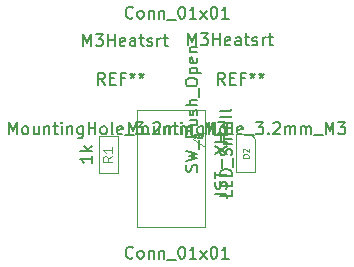
<source format=gbr>
%TF.GenerationSoftware,KiCad,Pcbnew,(5.1.7)-1*%
%TF.CreationDate,2020-11-24T17:10:03-06:00*%
%TF.ProjectId,025mag-PROBE-BOARD_REV2,3032356d-6167-42d5-9052-4f42452d424f,rev?*%
%TF.SameCoordinates,Original*%
%TF.FileFunction,Other,Fab,Top*%
%FSLAX46Y46*%
G04 Gerber Fmt 4.6, Leading zero omitted, Abs format (unit mm)*
G04 Created by KiCad (PCBNEW (5.1.7)-1) date 2020-11-24 17:10:03*
%MOMM*%
%LPD*%
G01*
G04 APERTURE LIST*
%ADD10C,0.100000*%
%ADD11C,0.150000*%
%ADD12C,0.080000*%
%ADD13C,0.120000*%
G04 APERTURE END LIST*
D10*
%TO.C,REF\u002A\u002A*%
X1350000Y0D02*
X2350000Y-625000D01*
X2350000Y2450000D02*
X-3400000Y2450000D01*
X2350000Y625000D02*
X1350000Y0D01*
X-3400000Y-7450000D02*
X2350000Y-7450000D01*
X-3400000Y2450000D02*
X-3400000Y-7450000D01*
X2350000Y-7450000D02*
X2350000Y2450000D01*
%TO.C,D2*%
X6634000Y-2787500D02*
X6634000Y12500D01*
X6634000Y12500D02*
X6234000Y412500D01*
X6234000Y412500D02*
X5034000Y412500D01*
X5034000Y412500D02*
X5034000Y-2787500D01*
X5034000Y-2787500D02*
X6634000Y-2787500D01*
%TO.C,R1*%
X-6634000Y300000D02*
X-5034000Y300000D01*
X-5034000Y300000D02*
X-5034000Y-2900000D01*
X-5034000Y-2900000D02*
X-6634000Y-2900000D01*
X-6634000Y-2900000D02*
X-6634000Y300000D01*
%TD*%
%TO.C,REF\u002A\u002A*%
D11*
X-14199047Y427619D02*
X-14199047Y1427619D01*
X-13865714Y713333D01*
X-13532380Y1427619D01*
X-13532380Y427619D01*
X-12913333Y427619D02*
X-13008571Y475238D01*
X-13056190Y522857D01*
X-13103809Y618095D01*
X-13103809Y903809D01*
X-13056190Y999047D01*
X-13008571Y1046666D01*
X-12913333Y1094285D01*
X-12770476Y1094285D01*
X-12675238Y1046666D01*
X-12627619Y999047D01*
X-12580000Y903809D01*
X-12580000Y618095D01*
X-12627619Y522857D01*
X-12675238Y475238D01*
X-12770476Y427619D01*
X-12913333Y427619D01*
X-11722857Y1094285D02*
X-11722857Y427619D01*
X-12151428Y1094285D02*
X-12151428Y570476D01*
X-12103809Y475238D01*
X-12008571Y427619D01*
X-11865714Y427619D01*
X-11770476Y475238D01*
X-11722857Y522857D01*
X-11246666Y1094285D02*
X-11246666Y427619D01*
X-11246666Y999047D02*
X-11199047Y1046666D01*
X-11103809Y1094285D01*
X-10960952Y1094285D01*
X-10865714Y1046666D01*
X-10818095Y951428D01*
X-10818095Y427619D01*
X-10484761Y1094285D02*
X-10103809Y1094285D01*
X-10341904Y1427619D02*
X-10341904Y570476D01*
X-10294285Y475238D01*
X-10199047Y427619D01*
X-10103809Y427619D01*
X-9770476Y427619D02*
X-9770476Y1094285D01*
X-9770476Y1427619D02*
X-9818095Y1380000D01*
X-9770476Y1332380D01*
X-9722857Y1380000D01*
X-9770476Y1427619D01*
X-9770476Y1332380D01*
X-9294285Y1094285D02*
X-9294285Y427619D01*
X-9294285Y999047D02*
X-9246666Y1046666D01*
X-9151428Y1094285D01*
X-9008571Y1094285D01*
X-8913333Y1046666D01*
X-8865714Y951428D01*
X-8865714Y427619D01*
X-7960952Y1094285D02*
X-7960952Y284761D01*
X-8008571Y189523D01*
X-8056190Y141904D01*
X-8151428Y94285D01*
X-8294285Y94285D01*
X-8389523Y141904D01*
X-7960952Y475238D02*
X-8056190Y427619D01*
X-8246666Y427619D01*
X-8341904Y475238D01*
X-8389523Y522857D01*
X-8437142Y618095D01*
X-8437142Y903809D01*
X-8389523Y999047D01*
X-8341904Y1046666D01*
X-8246666Y1094285D01*
X-8056190Y1094285D01*
X-7960952Y1046666D01*
X-7484761Y427619D02*
X-7484761Y1427619D01*
X-7484761Y951428D02*
X-6913333Y951428D01*
X-6913333Y427619D02*
X-6913333Y1427619D01*
X-6294285Y427619D02*
X-6389523Y475238D01*
X-6437142Y522857D01*
X-6484761Y618095D01*
X-6484761Y903809D01*
X-6437142Y999047D01*
X-6389523Y1046666D01*
X-6294285Y1094285D01*
X-6151428Y1094285D01*
X-6056190Y1046666D01*
X-6008571Y999047D01*
X-5960952Y903809D01*
X-5960952Y618095D01*
X-6008571Y522857D01*
X-6056190Y475238D01*
X-6151428Y427619D01*
X-6294285Y427619D01*
X-5389523Y427619D02*
X-5484761Y475238D01*
X-5532380Y570476D01*
X-5532380Y1427619D01*
X-4627619Y475238D02*
X-4722857Y427619D01*
X-4913333Y427619D01*
X-5008571Y475238D01*
X-5056190Y570476D01*
X-5056190Y951428D01*
X-5008571Y1046666D01*
X-4913333Y1094285D01*
X-4722857Y1094285D01*
X-4627619Y1046666D01*
X-4580000Y951428D01*
X-4580000Y856190D01*
X-5056190Y760952D01*
X-4389523Y332380D02*
X-3627619Y332380D01*
X-3484761Y1427619D02*
X-2865714Y1427619D01*
X-3199047Y1046666D01*
X-3056190Y1046666D01*
X-2960952Y999047D01*
X-2913333Y951428D01*
X-2865714Y856190D01*
X-2865714Y618095D01*
X-2913333Y522857D01*
X-2960952Y475238D01*
X-3056190Y427619D01*
X-3341904Y427619D01*
X-3437142Y475238D01*
X-3484761Y522857D01*
X-2437142Y522857D02*
X-2389523Y475238D01*
X-2437142Y427619D01*
X-2484761Y475238D01*
X-2437142Y522857D01*
X-2437142Y427619D01*
X-2008571Y1332380D02*
X-1960952Y1380000D01*
X-1865714Y1427619D01*
X-1627619Y1427619D01*
X-1532380Y1380000D01*
X-1484761Y1332380D01*
X-1437142Y1237142D01*
X-1437142Y1141904D01*
X-1484761Y999047D01*
X-2056190Y427619D01*
X-1437142Y427619D01*
X-1008571Y427619D02*
X-1008571Y1094285D01*
X-1008571Y999047D02*
X-960952Y1046666D01*
X-865714Y1094285D01*
X-722857Y1094285D01*
X-627619Y1046666D01*
X-580000Y951428D01*
X-580000Y427619D01*
X-580000Y951428D02*
X-532380Y1046666D01*
X-437142Y1094285D01*
X-294285Y1094285D01*
X-199047Y1046666D01*
X-151428Y951428D01*
X-151428Y427619D01*
X324761Y427619D02*
X324761Y1094285D01*
X324761Y999047D02*
X372380Y1046666D01*
X467619Y1094285D01*
X610476Y1094285D01*
X705714Y1046666D01*
X753333Y951428D01*
X753333Y427619D01*
X753333Y951428D02*
X800952Y1046666D01*
X896190Y1094285D01*
X1039047Y1094285D01*
X1134285Y1046666D01*
X1181904Y951428D01*
X1181904Y427619D01*
X1419999Y332380D02*
X2181904Y332380D01*
X2419999Y427619D02*
X2419999Y1427619D01*
X2753333Y713333D01*
X3086666Y1427619D01*
X3086666Y427619D01*
X3467619Y1427619D02*
X4086666Y1427619D01*
X3753333Y1046666D01*
X3896190Y1046666D01*
X3991428Y999047D01*
X4039047Y951428D01*
X4086666Y856190D01*
X4086666Y618095D01*
X4039047Y522857D01*
X3991428Y475238D01*
X3896190Y427619D01*
X3610476Y427619D01*
X3515238Y475238D01*
X3467619Y522857D01*
X-6113333Y4627619D02*
X-6446666Y5103809D01*
X-6684761Y4627619D02*
X-6684761Y5627619D01*
X-6303809Y5627619D01*
X-6208571Y5580000D01*
X-6160952Y5532380D01*
X-6113333Y5437142D01*
X-6113333Y5294285D01*
X-6160952Y5199047D01*
X-6208571Y5151428D01*
X-6303809Y5103809D01*
X-6684761Y5103809D01*
X-5684761Y5151428D02*
X-5351428Y5151428D01*
X-5208571Y4627619D02*
X-5684761Y4627619D01*
X-5684761Y5627619D01*
X-5208571Y5627619D01*
X-4446666Y5151428D02*
X-4780000Y5151428D01*
X-4780000Y4627619D02*
X-4780000Y5627619D01*
X-4303809Y5627619D01*
X-3780000Y5627619D02*
X-3780000Y5389523D01*
X-4018095Y5484761D02*
X-3780000Y5389523D01*
X-3541904Y5484761D01*
X-3922857Y5199047D02*
X-3780000Y5389523D01*
X-3637142Y5199047D01*
X-3018095Y5627619D02*
X-3018095Y5389523D01*
X-3256190Y5484761D02*
X-3018095Y5389523D01*
X-2780000Y5484761D01*
X-3160952Y5199047D02*
X-3018095Y5389523D01*
X-2875238Y5199047D01*
%TO.C,SW1*%
X1674761Y-2745714D02*
X1722380Y-2602857D01*
X1722380Y-2364761D01*
X1674761Y-2269523D01*
X1627142Y-2221904D01*
X1531904Y-2174285D01*
X1436666Y-2174285D01*
X1341428Y-2221904D01*
X1293809Y-2269523D01*
X1246190Y-2364761D01*
X1198571Y-2555238D01*
X1150952Y-2650476D01*
X1103333Y-2698095D01*
X1008095Y-2745714D01*
X912857Y-2745714D01*
X817619Y-2698095D01*
X769999Y-2650476D01*
X722380Y-2555238D01*
X722380Y-2317142D01*
X769999Y-2174285D01*
X722380Y-1840952D02*
X1722380Y-1602857D01*
X1008095Y-1412380D01*
X1722380Y-1221904D01*
X722380Y-983809D01*
X1817619Y-840952D02*
X1817619Y-79047D01*
X1722380Y159047D02*
X722380Y159047D01*
X722380Y539999D01*
X769999Y635238D01*
X817619Y682857D01*
X912857Y730476D01*
X1055714Y730476D01*
X1150952Y682857D01*
X1198571Y635238D01*
X1246190Y539999D01*
X1246190Y159047D01*
X1055714Y1587619D02*
X1722380Y1587619D01*
X1055714Y1159047D02*
X1579523Y1159047D01*
X1674761Y1206666D01*
X1722380Y1301904D01*
X1722380Y1444761D01*
X1674761Y1540000D01*
X1627142Y1587619D01*
X1674761Y2016190D02*
X1722380Y2111428D01*
X1722380Y2301904D01*
X1674761Y2397142D01*
X1579523Y2444761D01*
X1531904Y2444761D01*
X1436666Y2397142D01*
X1389047Y2301904D01*
X1389047Y2159047D01*
X1341428Y2063809D01*
X1246190Y2016190D01*
X1198571Y2016190D01*
X1103333Y2063809D01*
X1055714Y2159047D01*
X1055714Y2301904D01*
X1103333Y2397142D01*
X1722380Y2873333D02*
X722380Y2873333D01*
X1722380Y3301904D02*
X1198571Y3301904D01*
X1103333Y3254285D01*
X1055714Y3159047D01*
X1055714Y3016190D01*
X1103333Y2920952D01*
X1150952Y2873333D01*
X1817619Y3540000D02*
X1817619Y4301904D01*
X722380Y4730476D02*
X722380Y4920952D01*
X770000Y5016190D01*
X865238Y5111428D01*
X1055714Y5159047D01*
X1389047Y5159047D01*
X1579523Y5111428D01*
X1674761Y5016190D01*
X1722380Y4920952D01*
X1722380Y4730476D01*
X1674761Y4635238D01*
X1579523Y4540000D01*
X1389047Y4492380D01*
X1055714Y4492380D01*
X865238Y4540000D01*
X770000Y4635238D01*
X722380Y4730476D01*
X1055714Y5587619D02*
X2055714Y5587619D01*
X1103333Y5587619D02*
X1055714Y5682857D01*
X1055714Y5873333D01*
X1103333Y5968571D01*
X1150952Y6016190D01*
X1246190Y6063809D01*
X1531904Y6063809D01*
X1627142Y6016190D01*
X1674761Y5968571D01*
X1722380Y5873333D01*
X1722380Y5682857D01*
X1674761Y5587619D01*
X1674761Y6873333D02*
X1722380Y6778095D01*
X1722380Y6587619D01*
X1674761Y6492380D01*
X1579523Y6444761D01*
X1198571Y6444761D01*
X1103333Y6492380D01*
X1055714Y6587619D01*
X1055714Y6778095D01*
X1103333Y6873333D01*
X1198571Y6920952D01*
X1293809Y6920952D01*
X1389047Y6444761D01*
X1055714Y7349523D02*
X1722380Y7349523D01*
X1150952Y7349523D02*
X1103333Y7397142D01*
X1055714Y7492380D01*
X1055714Y7635238D01*
X1103333Y7730476D01*
X1198571Y7778095D01*
X1722380Y7778095D01*
%TO.C,REF\u002A\u002A*%
X3227380Y-4608333D02*
X3941666Y-4608333D01*
X4084523Y-4655952D01*
X4179761Y-4751190D01*
X4227380Y-4894047D01*
X4227380Y-4989285D01*
X4179761Y-4179761D02*
X4227380Y-4036904D01*
X4227380Y-3798809D01*
X4179761Y-3703571D01*
X4132142Y-3655952D01*
X4036904Y-3608333D01*
X3941666Y-3608333D01*
X3846428Y-3655952D01*
X3798809Y-3703571D01*
X3751190Y-3798809D01*
X3703571Y-3989285D01*
X3655952Y-4084523D01*
X3608333Y-4132142D01*
X3513095Y-4179761D01*
X3417857Y-4179761D01*
X3322619Y-4132142D01*
X3275000Y-4084523D01*
X3227380Y-3989285D01*
X3227380Y-3751190D01*
X3275000Y-3608333D01*
X3227380Y-3322619D02*
X3227380Y-2751190D01*
X4227380Y-3036904D02*
X3227380Y-3036904D01*
X3846428Y-2417857D02*
X3846428Y-1655952D01*
X3227380Y-1275000D02*
X4227380Y-608333D01*
X3227380Y-608333D02*
X4227380Y-1275000D01*
X4227380Y-227380D02*
X3227380Y-227380D01*
X3703571Y-227380D02*
X3703571Y344047D01*
X4227380Y344047D02*
X3227380Y344047D01*
%TO.C,D2*%
X4636380Y-4330357D02*
X4636380Y-4806547D01*
X3636380Y-4806547D01*
X4112571Y-3997023D02*
X4112571Y-3663690D01*
X4636380Y-3520833D02*
X4636380Y-3997023D01*
X3636380Y-3997023D01*
X3636380Y-3520833D01*
X4636380Y-3092261D02*
X3636380Y-3092261D01*
X3636380Y-2854166D01*
X3684000Y-2711309D01*
X3779238Y-2616071D01*
X3874476Y-2568452D01*
X4064952Y-2520833D01*
X4207809Y-2520833D01*
X4398285Y-2568452D01*
X4493523Y-2616071D01*
X4588761Y-2711309D01*
X4636380Y-2854166D01*
X4636380Y-3092261D01*
X4731619Y-2330357D02*
X4731619Y-1568452D01*
X4588761Y-1377976D02*
X4636380Y-1235119D01*
X4636380Y-997023D01*
X4588761Y-901785D01*
X4541142Y-854166D01*
X4445904Y-806547D01*
X4350666Y-806547D01*
X4255428Y-854166D01*
X4207809Y-901785D01*
X4160190Y-997023D01*
X4112571Y-1187500D01*
X4064952Y-1282738D01*
X4017333Y-1330357D01*
X3922095Y-1377976D01*
X3826857Y-1377976D01*
X3731619Y-1330357D01*
X3684000Y-1282738D01*
X3636380Y-1187500D01*
X3636380Y-949404D01*
X3684000Y-806547D01*
X4636380Y-377976D02*
X3969714Y-377976D01*
X4064952Y-377976D02*
X4017333Y-330357D01*
X3969714Y-235119D01*
X3969714Y-92261D01*
X4017333Y2976D01*
X4112571Y50595D01*
X4636380Y50595D01*
X4112571Y50595D02*
X4017333Y98214D01*
X3969714Y193452D01*
X3969714Y336309D01*
X4017333Y431547D01*
X4112571Y479166D01*
X4636380Y479166D01*
X4636380Y1383928D02*
X4112571Y1383928D01*
X4017333Y1336309D01*
X3969714Y1241071D01*
X3969714Y1050595D01*
X4017333Y955357D01*
X4588761Y1383928D02*
X4636380Y1288690D01*
X4636380Y1050595D01*
X4588761Y955357D01*
X4493523Y907738D01*
X4398285Y907738D01*
X4303047Y955357D01*
X4255428Y1050595D01*
X4255428Y1288690D01*
X4207809Y1383928D01*
X4636380Y2002976D02*
X4588761Y1907738D01*
X4493523Y1860119D01*
X3636380Y1860119D01*
X4636380Y2526785D02*
X4588761Y2431547D01*
X4493523Y2383928D01*
X3636380Y2383928D01*
D12*
X6060190Y-1556547D02*
X5560190Y-1556547D01*
X5560190Y-1437500D01*
X5584000Y-1366071D01*
X5631619Y-1318452D01*
X5679238Y-1294642D01*
X5774476Y-1270833D01*
X5845904Y-1270833D01*
X5941142Y-1294642D01*
X5988761Y-1318452D01*
X6036380Y-1366071D01*
X6060190Y-1437500D01*
X6060190Y-1556547D01*
X5607809Y-1080357D02*
X5584000Y-1056547D01*
X5560190Y-1008928D01*
X5560190Y-889880D01*
X5584000Y-842261D01*
X5607809Y-818452D01*
X5655428Y-794642D01*
X5703047Y-794642D01*
X5774476Y-818452D01*
X6060190Y-1104166D01*
X6060190Y-794642D01*
%TO.C,REF\u002A\u002A*%
D11*
X-7949999Y7897619D02*
X-7949999Y8897619D01*
X-7616666Y8183333D01*
X-7283333Y8897619D01*
X-7283333Y7897619D01*
X-6902380Y8897619D02*
X-6283333Y8897619D01*
X-6616666Y8516666D01*
X-6473809Y8516666D01*
X-6378571Y8469047D01*
X-6330952Y8421428D01*
X-6283333Y8326190D01*
X-6283333Y8088095D01*
X-6330952Y7992857D01*
X-6378571Y7945238D01*
X-6473809Y7897619D01*
X-6759523Y7897619D01*
X-6854761Y7945238D01*
X-6902380Y7992857D01*
X-5854761Y7897619D02*
X-5854761Y8897619D01*
X-5854761Y8421428D02*
X-5283333Y8421428D01*
X-5283333Y7897619D02*
X-5283333Y8897619D01*
X-4426190Y7945238D02*
X-4521428Y7897619D01*
X-4711904Y7897619D01*
X-4807142Y7945238D01*
X-4854761Y8040476D01*
X-4854761Y8421428D01*
X-4807142Y8516666D01*
X-4711904Y8564285D01*
X-4521428Y8564285D01*
X-4426190Y8516666D01*
X-4378571Y8421428D01*
X-4378571Y8326190D01*
X-4854761Y8230952D01*
X-3521428Y7897619D02*
X-3521428Y8421428D01*
X-3569047Y8516666D01*
X-3664285Y8564285D01*
X-3854761Y8564285D01*
X-3949999Y8516666D01*
X-3521428Y7945238D02*
X-3616666Y7897619D01*
X-3854761Y7897619D01*
X-3949999Y7945238D01*
X-3997619Y8040476D01*
X-3997619Y8135714D01*
X-3949999Y8230952D01*
X-3854761Y8278571D01*
X-3616666Y8278571D01*
X-3521428Y8326190D01*
X-3188095Y8564285D02*
X-2807142Y8564285D01*
X-3045238Y8897619D02*
X-3045238Y8040476D01*
X-2997619Y7945238D01*
X-2902380Y7897619D01*
X-2807142Y7897619D01*
X-2521428Y7945238D02*
X-2426190Y7897619D01*
X-2235714Y7897619D01*
X-2140476Y7945238D01*
X-2092857Y8040476D01*
X-2092857Y8088095D01*
X-2140476Y8183333D01*
X-2235714Y8230952D01*
X-2378571Y8230952D01*
X-2473809Y8278571D01*
X-2521428Y8373809D01*
X-2521428Y8421428D01*
X-2473809Y8516666D01*
X-2378571Y8564285D01*
X-2235714Y8564285D01*
X-2140476Y8516666D01*
X-1664285Y7897619D02*
X-1664285Y8564285D01*
X-1664285Y8373809D02*
X-1616666Y8469047D01*
X-1569047Y8516666D01*
X-1473809Y8564285D01*
X-1378571Y8564285D01*
X-1188095Y8564285D02*
X-807142Y8564285D01*
X-1045238Y8897619D02*
X-1045238Y8040476D01*
X-997619Y7945238D01*
X-902380Y7897619D01*
X-807142Y7897619D01*
X950000Y7947619D02*
X950000Y8947619D01*
X1283333Y8233333D01*
X1616666Y8947619D01*
X1616666Y7947619D01*
X1997619Y8947619D02*
X2616666Y8947619D01*
X2283333Y8566666D01*
X2426190Y8566666D01*
X2521428Y8519047D01*
X2569047Y8471428D01*
X2616666Y8376190D01*
X2616666Y8138095D01*
X2569047Y8042857D01*
X2521428Y7995238D01*
X2426190Y7947619D01*
X2140476Y7947619D01*
X2045238Y7995238D01*
X1997619Y8042857D01*
X3045238Y7947619D02*
X3045238Y8947619D01*
X3045238Y8471428D02*
X3616666Y8471428D01*
X3616666Y7947619D02*
X3616666Y8947619D01*
X4473809Y7995238D02*
X4378571Y7947619D01*
X4188095Y7947619D01*
X4092857Y7995238D01*
X4045238Y8090476D01*
X4045238Y8471428D01*
X4092857Y8566666D01*
X4188095Y8614285D01*
X4378571Y8614285D01*
X4473809Y8566666D01*
X4521428Y8471428D01*
X4521428Y8376190D01*
X4045238Y8280952D01*
X5378571Y7947619D02*
X5378571Y8471428D01*
X5330952Y8566666D01*
X5235714Y8614285D01*
X5045238Y8614285D01*
X4950000Y8566666D01*
X5378571Y7995238D02*
X5283333Y7947619D01*
X5045238Y7947619D01*
X4950000Y7995238D01*
X4902380Y8090476D01*
X4902380Y8185714D01*
X4950000Y8280952D01*
X5045238Y8328571D01*
X5283333Y8328571D01*
X5378571Y8376190D01*
X5711904Y8614285D02*
X6092857Y8614285D01*
X5854761Y8947619D02*
X5854761Y8090476D01*
X5902380Y7995238D01*
X5997619Y7947619D01*
X6092857Y7947619D01*
X6378571Y7995238D02*
X6473809Y7947619D01*
X6664285Y7947619D01*
X6759523Y7995238D01*
X6807142Y8090476D01*
X6807142Y8138095D01*
X6759523Y8233333D01*
X6664285Y8280952D01*
X6521428Y8280952D01*
X6426190Y8328571D01*
X6378571Y8423809D01*
X6378571Y8471428D01*
X6426190Y8566666D01*
X6521428Y8614285D01*
X6664285Y8614285D01*
X6759523Y8566666D01*
X7235714Y7947619D02*
X7235714Y8614285D01*
X7235714Y8423809D02*
X7283333Y8519047D01*
X7330952Y8566666D01*
X7426190Y8614285D01*
X7521428Y8614285D01*
X7711904Y8614285D02*
X8092857Y8614285D01*
X7854761Y8947619D02*
X7854761Y8090476D01*
X7902380Y7995238D01*
X7997619Y7947619D01*
X8092857Y7947619D01*
%TO.C,R1*%
X-7201619Y-1419047D02*
X-7201619Y-1990476D01*
X-7201619Y-1704761D02*
X-8201619Y-1704761D01*
X-8058761Y-1800000D01*
X-7963523Y-1895238D01*
X-7915904Y-1990476D01*
X-7201619Y-990476D02*
X-8201619Y-990476D01*
X-7582571Y-895238D02*
X-7201619Y-609523D01*
X-7868285Y-609523D02*
X-7487333Y-990476D01*
D13*
X-5472095Y-1433333D02*
X-5853047Y-1700000D01*
X-5472095Y-1890476D02*
X-6272095Y-1890476D01*
X-6272095Y-1585714D01*
X-6234000Y-1509523D01*
X-6195904Y-1471428D01*
X-6119714Y-1433333D01*
X-6005428Y-1433333D01*
X-5929238Y-1471428D01*
X-5891142Y-1509523D01*
X-5853047Y-1585714D01*
X-5853047Y-1890476D01*
X-5472095Y-671428D02*
X-5472095Y-1128571D01*
X-5472095Y-900000D02*
X-6272095Y-900000D01*
X-6157809Y-976190D01*
X-6081619Y-1052380D01*
X-6043523Y-1128571D01*
%TO.C,REF\u002A\u002A*%
D11*
X-4039047Y427619D02*
X-4039047Y1427619D01*
X-3705714Y713333D01*
X-3372380Y1427619D01*
X-3372380Y427619D01*
X-2753333Y427619D02*
X-2848571Y475238D01*
X-2896190Y522857D01*
X-2943809Y618095D01*
X-2943809Y903809D01*
X-2896190Y999047D01*
X-2848571Y1046666D01*
X-2753333Y1094285D01*
X-2610476Y1094285D01*
X-2515238Y1046666D01*
X-2467619Y999047D01*
X-2420000Y903809D01*
X-2420000Y618095D01*
X-2467619Y522857D01*
X-2515238Y475238D01*
X-2610476Y427619D01*
X-2753333Y427619D01*
X-1562857Y1094285D02*
X-1562857Y427619D01*
X-1991428Y1094285D02*
X-1991428Y570476D01*
X-1943809Y475238D01*
X-1848571Y427619D01*
X-1705714Y427619D01*
X-1610476Y475238D01*
X-1562857Y522857D01*
X-1086666Y1094285D02*
X-1086666Y427619D01*
X-1086666Y999047D02*
X-1039047Y1046666D01*
X-943809Y1094285D01*
X-800952Y1094285D01*
X-705714Y1046666D01*
X-658095Y951428D01*
X-658095Y427619D01*
X-324761Y1094285D02*
X56190Y1094285D01*
X-181904Y1427619D02*
X-181904Y570476D01*
X-134285Y475238D01*
X-39047Y427619D01*
X56190Y427619D01*
X389523Y427619D02*
X389523Y1094285D01*
X389523Y1427619D02*
X341904Y1380000D01*
X389523Y1332380D01*
X437142Y1380000D01*
X389523Y1427619D01*
X389523Y1332380D01*
X865714Y1094285D02*
X865714Y427619D01*
X865714Y999047D02*
X913333Y1046666D01*
X1008571Y1094285D01*
X1151428Y1094285D01*
X1246666Y1046666D01*
X1294285Y951428D01*
X1294285Y427619D01*
X2199047Y1094285D02*
X2199047Y284761D01*
X2151428Y189523D01*
X2103809Y141904D01*
X2008571Y94285D01*
X1865714Y94285D01*
X1770476Y141904D01*
X2199047Y475238D02*
X2103809Y427619D01*
X1913333Y427619D01*
X1818095Y475238D01*
X1770476Y522857D01*
X1722857Y618095D01*
X1722857Y903809D01*
X1770476Y999047D01*
X1818095Y1046666D01*
X1913333Y1094285D01*
X2103809Y1094285D01*
X2199047Y1046666D01*
X2675238Y427619D02*
X2675238Y1427619D01*
X2675238Y951428D02*
X3246666Y951428D01*
X3246666Y427619D02*
X3246666Y1427619D01*
X3865714Y427619D02*
X3770476Y475238D01*
X3722857Y522857D01*
X3675238Y618095D01*
X3675238Y903809D01*
X3722857Y999047D01*
X3770476Y1046666D01*
X3865714Y1094285D01*
X4008571Y1094285D01*
X4103809Y1046666D01*
X4151428Y999047D01*
X4199047Y903809D01*
X4199047Y618095D01*
X4151428Y522857D01*
X4103809Y475238D01*
X4008571Y427619D01*
X3865714Y427619D01*
X4770476Y427619D02*
X4675238Y475238D01*
X4627619Y570476D01*
X4627619Y1427619D01*
X5532380Y475238D02*
X5437142Y427619D01*
X5246666Y427619D01*
X5151428Y475238D01*
X5103809Y570476D01*
X5103809Y951428D01*
X5151428Y1046666D01*
X5246666Y1094285D01*
X5437142Y1094285D01*
X5532380Y1046666D01*
X5579999Y951428D01*
X5579999Y856190D01*
X5103809Y760952D01*
X5770476Y332380D02*
X6532380Y332380D01*
X6675238Y1427619D02*
X7294285Y1427619D01*
X6960952Y1046666D01*
X7103809Y1046666D01*
X7199047Y999047D01*
X7246666Y951428D01*
X7294285Y856190D01*
X7294285Y618095D01*
X7246666Y522857D01*
X7199047Y475238D01*
X7103809Y427619D01*
X6818095Y427619D01*
X6722857Y475238D01*
X6675238Y522857D01*
X7722857Y522857D02*
X7770476Y475238D01*
X7722857Y427619D01*
X7675238Y475238D01*
X7722857Y522857D01*
X7722857Y427619D01*
X8151428Y1332380D02*
X8199047Y1380000D01*
X8294285Y1427619D01*
X8532380Y1427619D01*
X8627619Y1380000D01*
X8675238Y1332380D01*
X8722857Y1237142D01*
X8722857Y1141904D01*
X8675238Y999047D01*
X8103809Y427619D01*
X8722857Y427619D01*
X9151428Y427619D02*
X9151428Y1094285D01*
X9151428Y999047D02*
X9199047Y1046666D01*
X9294285Y1094285D01*
X9437142Y1094285D01*
X9532380Y1046666D01*
X9579999Y951428D01*
X9579999Y427619D01*
X9579999Y951428D02*
X9627619Y1046666D01*
X9722857Y1094285D01*
X9865714Y1094285D01*
X9960952Y1046666D01*
X10008571Y951428D01*
X10008571Y427619D01*
X10484761Y427619D02*
X10484761Y1094285D01*
X10484761Y999047D02*
X10532380Y1046666D01*
X10627619Y1094285D01*
X10770476Y1094285D01*
X10865714Y1046666D01*
X10913333Y951428D01*
X10913333Y427619D01*
X10913333Y951428D02*
X10960952Y1046666D01*
X11056190Y1094285D01*
X11199047Y1094285D01*
X11294285Y1046666D01*
X11341904Y951428D01*
X11341904Y427619D01*
X11579999Y332380D02*
X12341904Y332380D01*
X12579999Y427619D02*
X12579999Y1427619D01*
X12913333Y713333D01*
X13246666Y1427619D01*
X13246666Y427619D01*
X13627619Y1427619D02*
X14246666Y1427619D01*
X13913333Y1046666D01*
X14056190Y1046666D01*
X14151428Y999047D01*
X14199047Y951428D01*
X14246666Y856190D01*
X14246666Y618095D01*
X14199047Y522857D01*
X14151428Y475238D01*
X14056190Y427619D01*
X13770476Y427619D01*
X13675238Y475238D01*
X13627619Y522857D01*
X4046666Y4627619D02*
X3713333Y5103809D01*
X3475238Y4627619D02*
X3475238Y5627619D01*
X3856190Y5627619D01*
X3951428Y5580000D01*
X3999047Y5532380D01*
X4046666Y5437142D01*
X4046666Y5294285D01*
X3999047Y5199047D01*
X3951428Y5151428D01*
X3856190Y5103809D01*
X3475238Y5103809D01*
X4475238Y5151428D02*
X4808571Y5151428D01*
X4951428Y4627619D02*
X4475238Y4627619D01*
X4475238Y5627619D01*
X4951428Y5627619D01*
X5713333Y5151428D02*
X5380000Y5151428D01*
X5380000Y4627619D02*
X5380000Y5627619D01*
X5856190Y5627619D01*
X6380000Y5627619D02*
X6380000Y5389523D01*
X6141904Y5484761D02*
X6380000Y5389523D01*
X6618095Y5484761D01*
X6237142Y5199047D02*
X6380000Y5389523D01*
X6522857Y5199047D01*
X7141904Y5627619D02*
X7141904Y5389523D01*
X6903809Y5484761D02*
X7141904Y5389523D01*
X7380000Y5484761D01*
X6999047Y5199047D02*
X7141904Y5389523D01*
X7284761Y5199047D01*
%TO.C,MAG2*%
X-3738095Y-10017142D02*
X-3785714Y-10064761D01*
X-3928571Y-10112380D01*
X-4023809Y-10112380D01*
X-4166666Y-10064761D01*
X-4261904Y-9969523D01*
X-4309523Y-9874285D01*
X-4357142Y-9683809D01*
X-4357142Y-9540952D01*
X-4309523Y-9350476D01*
X-4261904Y-9255238D01*
X-4166666Y-9160000D01*
X-4023809Y-9112380D01*
X-3928571Y-9112380D01*
X-3785714Y-9160000D01*
X-3738095Y-9207619D01*
X-3166666Y-10112380D02*
X-3261904Y-10064761D01*
X-3309523Y-10017142D01*
X-3357142Y-9921904D01*
X-3357142Y-9636190D01*
X-3309523Y-9540952D01*
X-3261904Y-9493333D01*
X-3166666Y-9445714D01*
X-3023809Y-9445714D01*
X-2928571Y-9493333D01*
X-2880952Y-9540952D01*
X-2833333Y-9636190D01*
X-2833333Y-9921904D01*
X-2880952Y-10017142D01*
X-2928571Y-10064761D01*
X-3023809Y-10112380D01*
X-3166666Y-10112380D01*
X-2404761Y-9445714D02*
X-2404761Y-10112380D01*
X-2404761Y-9540952D02*
X-2357142Y-9493333D01*
X-2261904Y-9445714D01*
X-2119047Y-9445714D01*
X-2023809Y-9493333D01*
X-1976190Y-9588571D01*
X-1976190Y-10112380D01*
X-1500000Y-9445714D02*
X-1500000Y-10112380D01*
X-1500000Y-9540952D02*
X-1452380Y-9493333D01*
X-1357142Y-9445714D01*
X-1214285Y-9445714D01*
X-1119047Y-9493333D01*
X-1071428Y-9588571D01*
X-1071428Y-10112380D01*
X-833333Y-10207619D02*
X-71428Y-10207619D01*
X357142Y-9112380D02*
X452380Y-9112380D01*
X547619Y-9160000D01*
X595238Y-9207619D01*
X642857Y-9302857D01*
X690476Y-9493333D01*
X690476Y-9731428D01*
X642857Y-9921904D01*
X595238Y-10017142D01*
X547619Y-10064761D01*
X452380Y-10112380D01*
X357142Y-10112380D01*
X261904Y-10064761D01*
X214285Y-10017142D01*
X166666Y-9921904D01*
X119047Y-9731428D01*
X119047Y-9493333D01*
X166666Y-9302857D01*
X214285Y-9207619D01*
X261904Y-9160000D01*
X357142Y-9112380D01*
X1642857Y-10112380D02*
X1071428Y-10112380D01*
X1357142Y-10112380D02*
X1357142Y-9112380D01*
X1261904Y-9255238D01*
X1166666Y-9350476D01*
X1071428Y-9398095D01*
X1976190Y-10112380D02*
X2500000Y-9445714D01*
X1976190Y-9445714D02*
X2500000Y-10112380D01*
X3071428Y-9112380D02*
X3166666Y-9112380D01*
X3261904Y-9160000D01*
X3309523Y-9207619D01*
X3357142Y-9302857D01*
X3404761Y-9493333D01*
X3404761Y-9731428D01*
X3357142Y-9921904D01*
X3309523Y-10017142D01*
X3261904Y-10064761D01*
X3166666Y-10112380D01*
X3071428Y-10112380D01*
X2976190Y-10064761D01*
X2928571Y-10017142D01*
X2880952Y-9921904D01*
X2833333Y-9731428D01*
X2833333Y-9493333D01*
X2880952Y-9302857D01*
X2928571Y-9207619D01*
X2976190Y-9160000D01*
X3071428Y-9112380D01*
X4357142Y-10112380D02*
X3785714Y-10112380D01*
X4071428Y-10112380D02*
X4071428Y-9112380D01*
X3976190Y-9255238D01*
X3880952Y-9350476D01*
X3785714Y-9398095D01*
%TO.C,MAG1*%
X-3738095Y10302857D02*
X-3785714Y10255238D01*
X-3928571Y10207619D01*
X-4023809Y10207619D01*
X-4166666Y10255238D01*
X-4261904Y10350476D01*
X-4309523Y10445714D01*
X-4357142Y10636190D01*
X-4357142Y10779047D01*
X-4309523Y10969523D01*
X-4261904Y11064761D01*
X-4166666Y11160000D01*
X-4023809Y11207619D01*
X-3928571Y11207619D01*
X-3785714Y11160000D01*
X-3738095Y11112380D01*
X-3166666Y10207619D02*
X-3261904Y10255238D01*
X-3309523Y10302857D01*
X-3357142Y10398095D01*
X-3357142Y10683809D01*
X-3309523Y10779047D01*
X-3261904Y10826666D01*
X-3166666Y10874285D01*
X-3023809Y10874285D01*
X-2928571Y10826666D01*
X-2880952Y10779047D01*
X-2833333Y10683809D01*
X-2833333Y10398095D01*
X-2880952Y10302857D01*
X-2928571Y10255238D01*
X-3023809Y10207619D01*
X-3166666Y10207619D01*
X-2404761Y10874285D02*
X-2404761Y10207619D01*
X-2404761Y10779047D02*
X-2357142Y10826666D01*
X-2261904Y10874285D01*
X-2119047Y10874285D01*
X-2023809Y10826666D01*
X-1976190Y10731428D01*
X-1976190Y10207619D01*
X-1500000Y10874285D02*
X-1500000Y10207619D01*
X-1500000Y10779047D02*
X-1452380Y10826666D01*
X-1357142Y10874285D01*
X-1214285Y10874285D01*
X-1119047Y10826666D01*
X-1071428Y10731428D01*
X-1071428Y10207619D01*
X-833333Y10112380D02*
X-71428Y10112380D01*
X357142Y11207619D02*
X452380Y11207619D01*
X547619Y11160000D01*
X595238Y11112380D01*
X642857Y11017142D01*
X690476Y10826666D01*
X690476Y10588571D01*
X642857Y10398095D01*
X595238Y10302857D01*
X547619Y10255238D01*
X452380Y10207619D01*
X357142Y10207619D01*
X261904Y10255238D01*
X214285Y10302857D01*
X166666Y10398095D01*
X119047Y10588571D01*
X119047Y10826666D01*
X166666Y11017142D01*
X214285Y11112380D01*
X261904Y11160000D01*
X357142Y11207619D01*
X1642857Y10207619D02*
X1071428Y10207619D01*
X1357142Y10207619D02*
X1357142Y11207619D01*
X1261904Y11064761D01*
X1166666Y10969523D01*
X1071428Y10921904D01*
X1976190Y10207619D02*
X2500000Y10874285D01*
X1976190Y10874285D02*
X2500000Y10207619D01*
X3071428Y11207619D02*
X3166666Y11207619D01*
X3261904Y11160000D01*
X3309523Y11112380D01*
X3357142Y11017142D01*
X3404761Y10826666D01*
X3404761Y10588571D01*
X3357142Y10398095D01*
X3309523Y10302857D01*
X3261904Y10255238D01*
X3166666Y10207619D01*
X3071428Y10207619D01*
X2976190Y10255238D01*
X2928571Y10302857D01*
X2880952Y10398095D01*
X2833333Y10588571D01*
X2833333Y10826666D01*
X2880952Y11017142D01*
X2928571Y11112380D01*
X2976190Y11160000D01*
X3071428Y11207619D01*
X4357142Y10207619D02*
X3785714Y10207619D01*
X4071428Y10207619D02*
X4071428Y11207619D01*
X3976190Y11064761D01*
X3880952Y10969523D01*
X3785714Y10921904D01*
%TD*%
M02*

</source>
